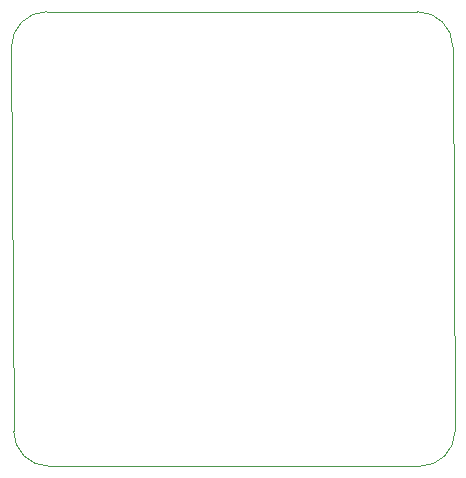
<source format=gbr>
%TF.GenerationSoftware,KiCad,Pcbnew,8.0.5*%
%TF.CreationDate,2025-02-06T17:58:04+03:00*%
%TF.ProjectId,Touch Switch Project,546f7563-6820-4537-9769-746368205072,v01*%
%TF.SameCoordinates,Original*%
%TF.FileFunction,Profile,NP*%
%FSLAX46Y46*%
G04 Gerber Fmt 4.6, Leading zero omitted, Abs format (unit mm)*
G04 Created by KiCad (PCBNEW 8.0.5) date 2025-02-06 17:58:04*
%MOMM*%
%LPD*%
G01*
G04 APERTURE LIST*
%TA.AperFunction,Profile*%
%ADD10C,0.050000*%
%TD*%
G04 APERTURE END LIST*
D10*
X121621320Y-57000000D02*
X153000000Y-57000000D01*
X156000000Y-60000000D02*
X156189340Y-92500000D01*
X118621320Y-60000000D02*
G75*
G02*
X121621320Y-57000020I2999980J0D01*
G01*
X153000000Y-57000000D02*
G75*
G02*
X156000000Y-60000000I0J-3000000D01*
G01*
X153189340Y-95500000D02*
X121810660Y-95500000D01*
X118621320Y-60000000D02*
X118810660Y-92500000D01*
X121810660Y-95500000D02*
G75*
G02*
X118810700Y-92500000I40J3000000D01*
G01*
X156189340Y-92500000D02*
G75*
G02*
X153189340Y-95500040I-3000040J0D01*
G01*
M02*

</source>
